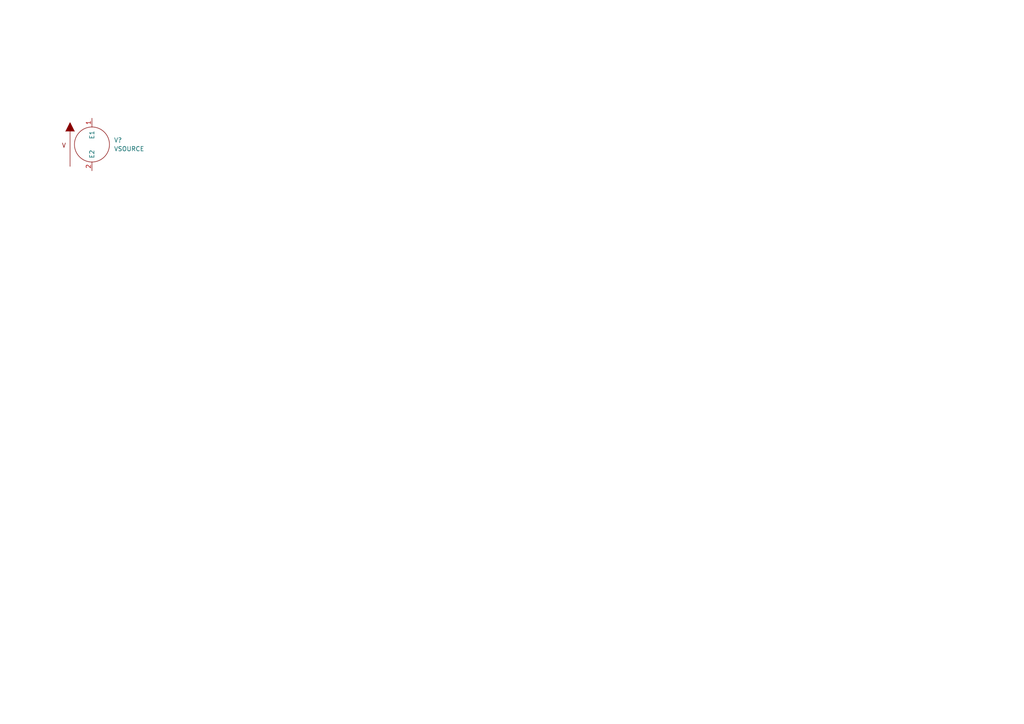
<source format=kicad_sch>
(kicad_sch (version 20211123) (generator eeschema)
  (paper "A4")
  (lib_symbols
    (symbol "pspice:VSOURCE" (pin_names (offset 1.016))
      (property "Reference" "V" (at -6.35 7.62 0))
      (property "Value" "VSOURCE" (at 0 0 0))
      (symbol "VSOURCE_0_1"
        (polyline (pts (xy -6.35 -6.35) (xy -6.35 3.81)) (fill (type outline)))
        (polyline (pts (xy -7.62 3.81) (xy -6.35 6.35) (xy -5.08 3.81)) (fill (type outline)))
        (circle (center 0 0) (radius 5.08))
        (text "V" (at -8.128 -0.254 0) (effects (font (size 1.27 1.27))))
      )
      (symbol "VSOURCE_1_1"
        (pin input line (at 0 7.62 270) (length 2.54) (name "E1") (number "1"))
        (pin input line (at 0 -7.62 90) (length 2.54) (name "E2") (number "2"))
      )
    )
  )
  (symbol (lib_id "pspice:VSOURCE") (at 26.67 41.91 0) (unit 1)
    (property "Reference" "V?" (at 33.02 40.6399 0) (effects (justify left)))
    (property "Value" "VSOURCE" (at 33.02 43.1799 0) (effects (justify left)))
  )
)
</source>
